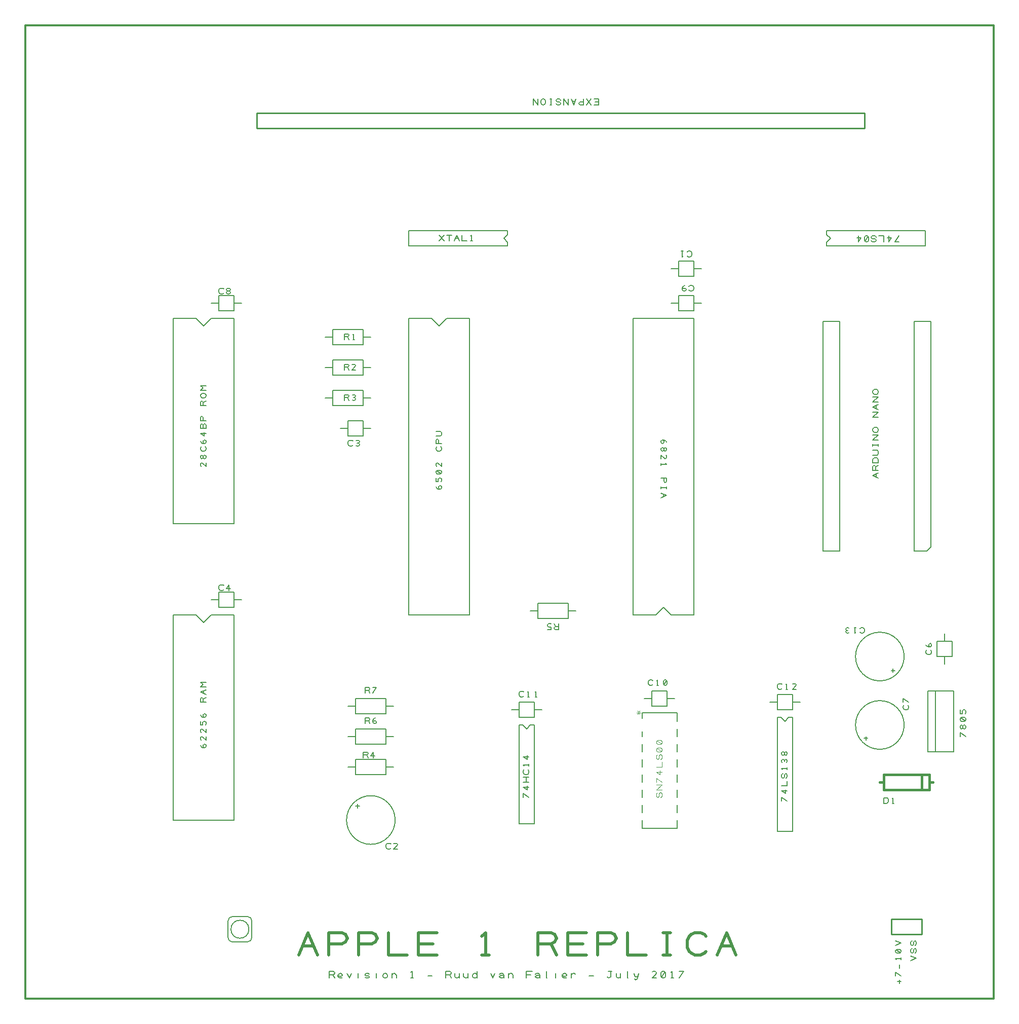
<source format=gbr>
G04 EasyPC Gerber Version 20.0.2 Build 4112 *
G04 #@! TF.Part,Single*
G04 #@! TF.FileFunction,Legend,Top *
%FSLAX35Y35*%
%MOIN*%
%ADD14C,0.00300*%
%ADD12C,0.00500*%
%ADD13C,0.00600*%
%ADD11C,0.00787*%
%ADD15C,0.01000*%
%ADD17C,0.01200*%
%ADD16C,0.01600*%
%ADD10C,0.01969*%
X0Y0D02*
D02*
D10*
X180600Y29291D02*
X186752Y44055D01*
X192903Y29291*
X183061Y35443D02*
X190443D01*
X200285Y29291D02*
Y44055D01*
X208897*
X211358Y42824*
X212588Y40364*
X211358Y37903*
X208897Y36673*
X200285*
X219970Y29291D02*
Y44055D01*
X228582*
X231043Y42824*
X232273Y40364*
X231043Y37903*
X228582Y36673*
X219970*
X239655Y44055D02*
Y29291D01*
X251958*
X259340D02*
Y44055D01*
X271643*
X269183Y36673D02*
X259340D01*
Y29291D02*
X271643D01*
X301171D02*
X306092D01*
X303631D02*
Y44055D01*
X301171Y41594*
X338080Y29291D02*
Y44055D01*
X346693*
X349153Y42824*
X350383Y40364*
X349153Y37903*
X346693Y36673*
X338080*
X346693D02*
X350383Y29291D01*
X357765D02*
Y44055D01*
X370069*
X367608Y36673D02*
X357765D01*
Y29291D02*
X370069D01*
X377450D02*
Y44055D01*
X386063*
X388523Y42824*
X389754Y40364*
X388523Y37903*
X386063Y36673*
X377450*
X397135Y44055D02*
Y29291D01*
X409439*
X420511D02*
X425433D01*
X422972D02*
Y44055D01*
X420511D02*
X425433D01*
X448809Y31752D02*
X447578Y30521D01*
X445118Y29291*
X441427*
X438966Y30521*
X437736Y31752*
X436506Y34212*
Y39133*
X437736Y41594*
X438966Y42824*
X441427Y44055*
X445118*
X447578Y42824*
X448809Y41594*
X456191Y29291D02*
X462342Y44055D01*
X468494Y29291*
X458651Y35443D02*
X466033D01*
D02*
D11*
X200600Y14207D02*
Y18637D01*
X203184*
X203922Y18267*
X204291Y17529*
X203922Y16791*
X203184Y16422*
X200600*
X203184D02*
X204291Y14207D01*
X209458Y14576D02*
X209089Y14207D01*
X208351*
X207613*
X206875Y14576*
X206506Y15315*
Y16422*
X206875Y16791*
X207613Y17160*
X208351*
X209089Y16791*
X209458Y16422*
Y16053*
X209089Y15684*
X208351Y15315*
X207613*
X206875Y15684*
X206506Y16053*
X212411Y17160D02*
X213887Y14207D01*
X215364Y17160*
X219793Y14207D02*
Y17160D01*
Y18267D02*
X224222Y14576*
X224960Y14207D01*
X226437*
X227175Y14576*
Y15315*
X226437Y15684*
X224960*
X224222Y16053*
Y16791*
X224960Y17160*
X226437*
X227175Y16791*
X231604Y14207D02*
Y17160D01*
Y18267D02*
X236033Y15315*
X236402Y14576D01*
X237141Y14207*
X237879*
X238617Y14576*
X238986Y15315*
Y16053*
X238617Y16791*
X237879Y17160*
X237141*
X236402Y16791*
X236033Y16053*
Y15315*
X241939Y14207D02*
Y17160D01*
Y16053D02*
X242308Y16791D01*
X243046Y17160*
X243784*
X244522Y16791*
X244891Y16053*
Y14207*
X254488D02*
X255964D01*
X255226D02*
Y18637D01*
X254488Y17898*
X265561Y15684D02*
X268513D01*
X277372Y14207D02*
Y18637D01*
X279956*
X280694Y18267*
X281063Y17529*
X280694Y16791*
X279956Y16422*
X277372*
X279956D02*
X281063Y14207D01*
X283277Y17160D02*
Y15315D01*
X283646Y14576*
X284385Y14207*
X285123*
X285861Y14576*
X286230Y15315*
Y17160D02*
Y14207D01*
X289183Y17160D02*
Y15315D01*
X289552Y14576*
X290290Y14207*
X291028*
X291767Y14576*
X292135Y15315*
Y17160D02*
Y14207D01*
X298041Y16053D02*
X297672Y16791D01*
X296934Y17160*
X296196*
X295457Y16791*
X295088Y16053*
Y15315*
X295457Y14576*
X296196Y14207*
X296934*
X297672Y14576*
X298041Y15315*
Y14207D02*
Y18637D01*
X306899Y17160D02*
X308376Y14207D01*
X309852Y17160*
X312805Y16791D02*
X313543Y17160D01*
X314650*
X315389Y16791*
X315757Y16053*
Y14946*
X315389Y14576*
X314650Y14207*
X313912*
X313174Y14576*
X312805Y14946*
Y15315*
X313174Y15684*
X313912Y16053*
X314650*
X315389Y15684*
X315757Y15315*
Y14946D02*
Y14207D01*
X318710D02*
Y17160D01*
Y16053D02*
X319080Y16791D01*
X319818Y17160*
X320556*
X321294Y16791*
X321663Y16053*
Y14207*
X330521D02*
Y18637D01*
X334212*
X333474Y16422D02*
X330521D01*
X336427Y16791D02*
X337165Y17160D01*
X338272*
X339011Y16791*
X339380Y16053*
Y14946*
X339011Y14576*
X338272Y14207*
X337534*
X336796Y14576*
X336427Y14946*
Y15315*
X336796Y15684*
X337534Y16053*
X338272*
X339011Y15684*
X339380Y15315*
Y14946D02*
Y14207D01*
X344178D02*
X343809D01*
Y18637*
X349714Y14207D02*
Y17160D01*
Y18267D02*
X357096Y14576*
X356727Y14207D01*
X355989*
X355251*
X354513Y14576*
X354143Y15315*
Y16422*
X354513Y16791*
X355251Y17160*
X355989*
X356727Y16791*
X357096Y16422*
Y16053*
X356727Y15684*
X355989Y15315*
X355251*
X354513Y15684*
X354143Y16053*
X360049Y14207D02*
Y17160D01*
Y16053D02*
X360418Y16791D01*
X361156Y17160*
X361894*
X362633Y16791*
X371860Y15684D02*
X374813D01*
X383671Y14946D02*
X384040Y14576D01*
X384778Y14207*
X385517Y14576*
X385885Y14946*
Y18637*
X386624*
X385885D02*
X384409D01*
X389576Y17160D02*
Y15315D01*
X389946Y14576*
X390684Y14207*
X391422*
X392160Y14576*
X392529Y15315*
Y17160D02*
Y14207D01*
X397328D02*
X396958D01*
Y18637*
X401387Y17160D02*
X401757Y15684D01*
X402495Y14946*
X403233*
X403971Y15684*
X404340Y17160*
X403971Y15684D02*
X403602Y14207D01*
X403233Y13469*
X402495Y13100*
X401757Y13469*
X416151Y14207D02*
X413198D01*
X415782Y16791*
X416151Y17529*
X415782Y18267*
X415044Y18637*
X413937*
X413198Y18267*
X419473Y14576D02*
X420211Y14207D01*
X420950*
X421688Y14576*
X422057Y15315*
Y17529*
X421688Y18267*
X420950Y18637*
X420211*
X419473Y18267*
X419104Y17529*
Y15315*
X419473Y14576*
X421688Y18267*
X425748Y14207D02*
X427224D01*
X426486D02*
Y18637D01*
X425748Y17898*
X430915Y14207D02*
X433868Y18637D01*
X430915*
D02*
D12*
X98100Y118100D02*
Y253100D01*
X113100*
X118100Y248100*
X123100Y253100*
X138100*
Y118100*
X98100*
Y313100D02*
Y448100D01*
X113100*
X118100Y443100*
X123100Y448100*
X138100*
Y313100*
X98100*
X118725Y165600D02*
X118100Y165913D01*
X117787Y166537*
Y167163*
X118100Y167787*
X118725Y168100*
X119350Y167787*
X119663Y167163*
Y166537*
X119350Y165913*
X118725Y165600*
X117787*
X116850Y165913*
X116225Y166537*
X115913Y167163*
X119663Y173100D02*
Y170600D01*
X117475Y172787*
X116850Y173100*
X116225Y172787*
X115913Y172163*
Y171225*
X116225Y170600*
X119663Y178100D02*
Y175600D01*
X117475Y177787*
X116850Y178100*
X116225Y177787*
X115913Y177163*
Y176225*
X116225Y175600*
X119350Y180600D02*
X119663Y181225D01*
Y182163*
X119350Y182787*
X118725Y183100*
X118413*
X117787Y182787*
X117475Y182163*
Y180600*
X115913*
Y183100*
X118725Y185600D02*
X118100Y185913D01*
X117787Y186537*
Y187163*
X118100Y187787*
X118725Y188100*
X119350Y187787*
X119663Y187163*
Y186537*
X119350Y185913*
X118725Y185600*
X117787*
X116850Y185913*
X116225Y186537*
X115913Y187163*
X119663Y195600D02*
X115913D01*
Y197787*
X116225Y198413*
X116850Y198725*
X117475Y198413*
X117787Y197787*
Y195600*
Y197787D02*
X119663Y198725D01*
Y200600D02*
X115913Y202163D01*
X119663Y203725*
X118100Y201225D02*
Y203100D01*
X119663Y205600D02*
X115913D01*
X117787Y207163*
X115913Y208725*
X119663*
Y353100D02*
Y350600D01*
X117475Y352787*
X116850Y353100*
X116225Y352787*
X115913Y352163*
Y351225*
X116225Y350600*
X117787Y356537D02*
Y357163D01*
X117475Y357787*
X116850Y358100*
X116225Y357787*
X115913Y357163*
Y356537*
X116225Y355913*
X116850Y355600*
X117475Y355913*
X117787Y356537*
X118100Y355913*
X118725Y355600*
X119350Y355913*
X119663Y356537*
Y357163*
X119350Y357787*
X118725Y358100*
X118100Y357787*
X117787Y357163*
X119037Y363725D02*
X119350Y363413D01*
X119663Y362787*
Y361850*
X119350Y361225*
X119037Y360913*
X118413Y360600*
X117163*
X116537Y360913*
X116225Y361225*
X115913Y361850*
Y362787*
X116225Y363413*
X116537Y363725*
X118725Y365600D02*
X118100Y365913D01*
X117787Y366537*
Y367163*
X118100Y367787*
X118725Y368100*
X119350Y367787*
X119663Y367163*
Y366537*
X119350Y365913*
X118725Y365600*
X117787*
X116850Y365913*
X116225Y366537*
X115913Y367163*
X119663Y372163D02*
X115913D01*
X118413Y370600*
Y373100*
X117787Y377787D02*
X118100Y378413D01*
X118725Y378725*
X119350Y378413*
X119663Y377787*
Y375600*
X115913*
Y377787*
X116225Y378413*
X116850Y378725*
X117475Y378413*
X117787Y377787*
Y375600*
X119663Y380600D02*
X115913D01*
Y382787*
X116225Y383413*
X116850Y383725*
X117475Y383413*
X117787Y382787*
Y380600*
X119663Y390600D02*
X115913D01*
Y392787*
X116225Y393413*
X116850Y393725*
X117475Y393413*
X117787Y392787*
Y390600*
Y392787D02*
X119663Y393725D01*
X118413Y395600D02*
X117163D01*
X116537Y395913*
X116225Y396225*
X115913Y396850*
Y397475*
X116225Y398100*
X116537Y398413*
X117163Y398725*
X118413*
X119037Y398413*
X119350Y398100*
X119663Y397475*
Y396850*
X119350Y396225*
X119037Y395913*
X118413Y395600*
X119663Y400600D02*
X115913D01*
X117787Y402163*
X115913Y403725*
X119663*
X128100Y263100D02*
X123100D01*
X131225Y269663D02*
X130913Y269350D01*
X130287Y269037*
X129350*
X128725Y269350*
X128413Y269663*
X128100Y270287*
Y271537*
X128413Y272163*
X128725Y272475*
X129350Y272787*
X130287*
X130913Y272475*
X131225Y272163*
X134663Y269037D02*
Y272787D01*
X133100Y270287*
X135600*
X128100Y458100D02*
X123100D01*
X131225Y464663D02*
X130913Y464350D01*
X130287Y464037*
X129350*
X128725Y464350*
X128413Y464663*
X128100Y465287*
Y466537*
X128413Y467163*
X128725Y467475*
X129350Y467787*
X130287*
X130913Y467475*
X131225Y467163*
X134037Y465913D02*
X134663D01*
X135287Y466225*
X135600Y466850*
X135287Y467475*
X134663Y467787*
X134037*
X133413Y467475*
X133100Y466850*
X133413Y466225*
X134037Y465913*
X133413Y465600*
X133100Y464975*
X133413Y464350*
X134037Y464037*
X134663*
X135287Y464350*
X135600Y464975*
X135287Y465600*
X134663Y465913*
X134084Y51702D02*
Y40876D01*
G75*
G03X137037Y37923I2953*
G01*
X146880*
G75*
G03X149832Y40876J2953*
G01*
Y51702*
G75*
G03X146880Y54655I-2953*
G01*
X137037*
G75*
G03X134084Y51702J-2953*
G01*
X138100Y268100D02*
Y258100D01*
X128100*
Y268100*
X138100*
Y463100D02*
Y453100D01*
X128100*
Y463100*
X138100*
X143100Y263100D02*
X138100D01*
X143100Y458100D02*
X138100D01*
X147844Y46289D02*
G75*
G03X136033I-5906D01*
G01*
G75*
G03X147844I5906*
G01*
X198100Y395600D02*
X203100D01*
X198100Y415600D02*
X203100D01*
X198100Y435600D02*
X203100D01*
Y390600D02*
Y400600D01*
X223100*
Y390600*
X203100*
Y410600D02*
Y420600D01*
X223100*
Y410600*
X203100*
Y430600D02*
Y440600D01*
X223100*
Y430600*
X203100*
X210600Y394037D02*
Y397787D01*
X212787*
X213413Y397475*
X213725Y396850*
X213413Y396225*
X212787Y395913*
X210600*
X212787D02*
X213725Y394037D01*
X215913Y394350D02*
X216537Y394037D01*
X217163*
X217787Y394350*
X218100Y394975*
X217787Y395600*
X217163Y395913*
X216537*
X217163D02*
X217787Y396225D01*
X218100Y396850*
X217787Y397475*
X217163Y397787*
X216537*
X215913Y397475*
X210600Y414037D02*
Y417787D01*
X212787*
X213413Y417475*
X213725Y416850*
X213413Y416225*
X212787Y415913*
X210600*
X212787D02*
X213725Y414037D01*
X218100D02*
X215600D01*
X217787Y416225*
X218100Y416850*
X217787Y417475*
X217163Y417787*
X216225*
X215600Y417475*
X210600Y434037D02*
Y437787D01*
X212787*
X213413Y437475*
X213725Y436850*
X213413Y436225*
X212787Y435913*
X210600*
X212787D02*
X213725Y434037D01*
X216225D02*
X217475D01*
X216850D02*
Y437787D01*
X216225Y437163*
X212100Y118100D02*
G75*
G02X228100Y134100I16000D01*
G01*
G75*
G02X244100Y118100J-16000*
G01*
G75*
G02X228100Y102100I-16000*
G01*
G75*
G02X212100Y118100J16000*
G01*
X213100Y173100D02*
X218100D01*
X213100Y193100D02*
X218100D01*
X216225Y364663D02*
X215913Y364350D01*
X215287Y364037*
X214350*
X213725Y364350*
X213413Y364663*
X213100Y365287*
Y366537*
X213413Y367163*
X213725Y367475*
X214350Y367787*
X215287*
X215913Y367475*
X216225Y367163*
X218413Y364350D02*
X219037Y364037D01*
X219663*
X220287Y364350*
X220600Y364975*
X220287Y365600*
X219663Y365913*
X219037*
X219663D02*
X220287Y366225D01*
X220600Y366850*
X220287Y367475*
X219663Y367787*
X219037*
X218413Y367475*
X213100Y375600D02*
X208100D01*
X218100Y127287D02*
X220600D01*
X219350Y126037D02*
Y128537D01*
X218100Y153100D02*
X213100D01*
X218100Y168100D02*
Y178100D01*
X238100*
Y168100*
X218100*
Y188100D02*
Y198100D01*
X238100*
Y188100*
X218100*
X223100Y159037D02*
Y162787D01*
X225287*
X225913Y162475*
X226225Y161850*
X225913Y161225*
X225287Y160913*
X223100*
X225287D02*
X226225Y159037D01*
X229663D02*
Y162787D01*
X228100Y160287*
X230600*
X223100Y380600D02*
Y370600D01*
X213100*
Y380600*
X223100*
Y395600D02*
X228100D01*
X223100Y415600D02*
X228100D01*
X223100Y435600D02*
X228100D01*
X224350Y181537D02*
Y185287D01*
X226537*
X227163Y184975*
X227475Y184350*
X227163Y183725*
X226537Y183413*
X224350*
X226537D02*
X227475Y181537D01*
X229350Y182475D02*
X229663Y183100D01*
X230287Y183413*
X230913*
X231537Y183100*
X231850Y182475*
X231537Y181850*
X230913Y181537*
X230287*
X229663Y181850*
X229350Y182475*
Y183413*
X229663Y184350*
X230287Y184975*
X230913Y185287*
X224350Y201537D02*
Y205287D01*
X226537*
X227163Y204975*
X227475Y204350*
X227163Y203725*
X226537Y203413*
X224350*
X226537D02*
X227475Y201537D01*
X229350D02*
X231850Y205287D01*
X229350*
X228100Y375600D02*
X223100D01*
X241225Y99663D02*
X240913Y99350D01*
X240287Y99037*
X239350*
X238725Y99350*
X238413Y99663*
X238100Y100287*
Y101537*
X238413Y102163*
X238725Y102475*
X239350Y102787*
X240287*
X240913Y102475*
X241225Y102163*
X245600Y99037D02*
X243100D01*
X245287Y101225*
X245600Y101850*
X245287Y102475*
X244663Y102787*
X243725*
X243100Y102475*
X238100Y158100D02*
Y148100D01*
X218100*
Y158100*
X238100*
Y173100D02*
X243100D01*
X238100Y193100D02*
X243100D01*
Y153100D02*
X238100D01*
X253100Y253100D02*
Y448100D01*
X268100*
X273100Y443100*
X278100Y448100*
X293100*
Y253100*
X253100*
Y505600D02*
X318100D01*
Y503100*
X315600Y500600*
X318100Y498100*
Y495600*
X253100*
Y505600*
X273100Y499037D02*
X276225Y502787D01*
X273100D02*
X276225Y499037D01*
X279663D02*
Y502787D01*
X278100D02*
X281225D01*
X283100Y499037D02*
X284663Y502787D01*
X286225Y499037*
X283725Y500600D02*
X285600D01*
X288100Y502787D02*
Y499037D01*
X291225*
X293725D02*
X294975D01*
X294350D02*
Y502787D01*
X293725Y502163*
X273725Y335600D02*
X273100Y335913D01*
X272787Y336537*
Y337163*
X273100Y337787*
X273725Y338100*
X274350Y337787*
X274663Y337163*
Y336537*
X274350Y335913*
X273725Y335600*
X272787*
X271850Y335913*
X271225Y336537*
X270913Y337163*
X274350Y340600D02*
X274663Y341225D01*
Y342163*
X274350Y342787*
X273725Y343100*
X273413*
X272787Y342787*
X272475Y342163*
Y340600*
X270913*
Y343100*
X274350Y345913D02*
X274663Y346537D01*
Y347163*
X274350Y347787*
X273725Y348100*
X271850*
X271225Y347787*
X270913Y347163*
Y346537*
X271225Y345913*
X271850Y345600*
X273725*
X274350Y345913*
X271225Y347787*
X274663Y353100D02*
Y350600D01*
X272475Y352787*
X271850Y353100*
X271225Y352787*
X270913Y352163*
Y351225*
X271225Y350600*
X274037Y363725D02*
X274350Y363413D01*
X274663Y362787*
Y361850*
X274350Y361225*
X274037Y360913*
X273413Y360600*
X272163*
X271537Y360913*
X271225Y361225*
X270913Y361850*
Y362787*
X271225Y363413*
X271537Y363725*
X274663Y365600D02*
X270913D01*
Y367787*
X271225Y368413*
X271850Y368725*
X272475Y368413*
X272787Y367787*
Y365600*
X270913Y370600D02*
X273725D01*
X274350Y370913*
X274663Y371537*
Y372787*
X274350Y373413*
X273725Y373725*
X270913*
X325600Y115600D02*
Y180600D01*
X328100*
X330600Y178100*
X333100Y180600*
X335600*
Y115600*
X325600*
Y190600D02*
X320600D01*
X328725Y199663D02*
X328413Y199350D01*
X327787Y199037*
X326850*
X326225Y199350*
X325913Y199663*
X325600Y200287*
Y201537*
X325913Y202163*
X326225Y202475*
X326850Y202787*
X327787*
X328413Y202475*
X328725Y202163*
X331225Y199037D02*
X332475D01*
X331850D02*
Y202787D01*
X331225Y202163*
X336225Y199037D02*
X337475D01*
X336850D02*
Y202787D01*
X336225Y202163*
X332163Y133100D02*
X328413Y135600D01*
Y133100*
X332163Y139663D02*
X328413D01*
X330913Y138100*
Y140600*
X332163Y143100D02*
X328413D01*
X330287D02*
Y146225D01*
X332163D02*
X328413D01*
X331537Y151225D02*
X331850Y150913D01*
X332163Y150287*
Y149350*
X331850Y148725*
X331537Y148413*
X330913Y148100*
X329663*
X329037Y148413*
X328725Y148725*
X328413Y149350*
Y150287*
X328725Y150913*
X329037Y151225*
X332163Y153725D02*
Y154975D01*
Y154350D02*
X328413D01*
X329037Y153725*
X332163Y159663D02*
X328413D01*
X330913Y158100*
Y160600*
X335600Y195600D02*
Y185600D01*
X325600*
Y195600*
X335600*
X338100Y255600D02*
X333100D01*
X340600Y190600D02*
X335600D01*
X351850Y247163D02*
Y243413D01*
X349663*
X349037Y243725*
X348725Y244350*
X349037Y244975*
X349663Y245287*
X351850*
X349663D02*
X348725Y247163D01*
X346850Y246850D02*
X346225Y247163D01*
X345287*
X344663Y246850*
X344350Y246225*
Y245913*
X344663Y245287*
X345287Y244975*
X346850*
Y243413*
X344350*
X358100Y260600D02*
Y250600D01*
X338100*
Y260600*
X358100*
X363100Y255600D02*
X358100D01*
X378100Y592163D02*
Y588413D01*
X374975*
X375600Y590287D02*
X378100D01*
Y592163D02*
X374975D01*
X373100D02*
X369975Y588413D01*
X373100D02*
X369975Y592163D01*
X368100D02*
Y588413D01*
X365913*
X365287Y588725*
X364975Y589350*
X365287Y589975*
X365913Y590287*
X368100*
X363100Y592163D02*
X361537Y588413D01*
X359975Y592163*
X362475Y590600D02*
X360600D01*
X358100Y592163D02*
Y588413D01*
X354975Y592163*
Y588413*
X353100Y591225D02*
X352787Y591850D01*
X352163Y592163*
X350913*
X350287Y591850*
X349975Y591225*
X350287Y590600*
X350913Y590287*
X352163*
X352787Y589975*
X353100Y589350*
X352787Y588725*
X352163Y588413*
X350913*
X350287Y588725*
X349975Y589350*
X347163Y592163D02*
X345913D01*
X346537D02*
Y588413D01*
X347163D02*
X345913D01*
X343100Y590913D02*
Y589663D01*
X342787Y589037*
X342475Y588725*
X341850Y588413*
X341225*
X340600Y588725*
X340287Y589037*
X339975Y589663*
Y590913*
X340287Y591537*
X340600Y591850*
X341225Y592163*
X341850*
X342475Y591850*
X342787Y591537*
X343100Y590913*
X338100Y592163D02*
Y588413D01*
X334975Y592163*
Y588413*
X408100Y198100D02*
X413100D01*
X413725Y207163D02*
X413413Y206850D01*
X412787Y206537*
X411850*
X411225Y206850*
X410913Y207163*
X410600Y207787*
Y209037*
X410913Y209663*
X411225Y209975*
X411850Y210287*
X412787*
X413413Y209975*
X413725Y209663*
X416225Y206537D02*
X417475D01*
X416850D02*
Y210287D01*
X416225Y209663*
X420913Y206850D02*
X421537Y206537D01*
X422163*
X422787Y206850*
X423100Y207475*
Y209350*
X422787Y209975*
X422163Y210287*
X421537*
X420913Y209975*
X420600Y209350*
Y207475*
X420913Y206850*
X422787Y209975*
X413100Y193100D02*
Y203100D01*
X423100*
Y193100*
X413100*
X419975Y368100D02*
X420600Y367787D01*
X420913Y367163*
Y366537*
X420600Y365913*
X419975Y365600*
X419350Y365913*
X419037Y366537*
Y367163*
X419350Y367787*
X419975Y368100*
X420913*
X421850Y367787*
X422475Y367163*
X422787Y366537*
X420913Y362163D02*
Y361537D01*
X421225Y360913*
X421850Y360600*
X422475Y360913*
X422787Y361537*
Y362163*
X422475Y362787*
X421850Y363100*
X421225Y362787*
X420913Y362163*
X420600Y362787*
X419975Y363100*
X419350Y362787*
X419037Y362163*
Y361537*
X419350Y360913*
X419975Y360600*
X420600Y360913*
X420913Y361537*
X419037Y355600D02*
Y358100D01*
X421225Y355913*
X421850Y355600*
X422475Y355913*
X422787Y356537*
Y357475*
X422475Y358100*
X419037Y352475D02*
Y351225D01*
Y351850D02*
X422787D01*
X422163Y352475*
X419037Y343100D02*
X422787D01*
Y340913*
X422475Y340287*
X421850Y339975*
X421225Y340287*
X420913Y340913*
Y343100*
X419037Y337163D02*
Y335913D01*
Y336537D02*
X422787D01*
Y337163D02*
Y335913D01*
X419037Y333100D02*
X422787Y331537D01*
X419037Y329975*
X420600Y332475D02*
Y330600D01*
X423100Y198100D02*
X428100D01*
X430600Y458100D02*
X425600D01*
X430600Y480600D02*
X425600D01*
X436225Y491537D02*
X436537Y491850D01*
X437163Y492163*
X438100*
X438725Y491850*
X439037Y491537*
X439350Y490913*
Y489663*
X439037Y489037*
X438725Y488725*
X438100Y488413*
X437163*
X436537Y488725*
X436225Y489037*
X433725Y492163D02*
X432475D01*
X433100D02*
Y488413D01*
X433725Y489037*
X440600Y448100D02*
Y253100D01*
X425600*
X420600Y258100*
X415600Y253100*
X400600*
Y448100*
X440600*
Y463100D02*
Y453100D01*
X430600*
Y463100*
X440600*
X437475Y469037D02*
X437787Y469350D01*
X438413Y469663*
X439350*
X439975Y469350*
X440287Y469037*
X440600Y468413*
Y467163*
X440287Y466537*
X439975Y466225*
X439350Y465913*
X438413*
X437787Y466225*
X437475Y466537*
X434663Y469663D02*
X434037Y469350D01*
X433413Y468725*
X433100Y467787*
Y466850*
X433413Y466225*
X434037Y465913*
X434663*
X435287Y466225*
X435600Y466850*
X435287Y467475*
X434663Y467787*
X434037*
X433413Y467475*
X433100Y466850*
X440600Y485600D02*
Y475600D01*
X430600*
Y485600*
X440600*
X445600Y458100D02*
X440600D01*
X445600Y480600D02*
X440600D01*
X495600Y110600D02*
Y185600D01*
X498100*
X500600Y183100*
X503100Y185600*
X505600*
Y110600*
X495600*
Y195600D02*
X490600D01*
X498725Y204663D02*
X498413Y204350D01*
X497787Y204037*
X496850*
X496225Y204350*
X495913Y204663*
X495600Y205287*
Y206537*
X495913Y207163*
X496225Y207475*
X496850Y207787*
X497787*
X498413Y207475*
X498725Y207163*
X501225Y204037D02*
X502475D01*
X501850D02*
Y207787D01*
X501225Y207163*
X508100Y204037D02*
X505600D01*
X507787Y206225*
X508100Y206850*
X507787Y207475*
X507163Y207787*
X506225*
X505600Y207475*
X502163Y130600D02*
X498413Y133100D01*
Y130600*
X502163Y137163D02*
X498413D01*
X500913Y135600*
Y138100*
X498413Y140600D02*
X502163D01*
Y143725*
X501225Y145600D02*
X501850Y145913D01*
X502163Y146537*
Y147787*
X501850Y148413*
X501225Y148725*
X500600Y148413*
X500287Y147787*
Y146537*
X499975Y145913*
X499350Y145600*
X498725Y145913*
X498413Y146537*
Y147787*
X498725Y148413*
X499350Y148725*
X502163Y151225D02*
Y152475D01*
Y151850D02*
X498413D01*
X499037Y151225*
X501850Y155913D02*
X502163Y156537D01*
Y157163*
X501850Y157787*
X501225Y158100*
X500600Y157787*
X500287Y157163*
Y156537*
Y157163D02*
X499975Y157787D01*
X499350Y158100*
X498725Y157787*
X498413Y157163*
Y156537*
X498725Y155913*
X500287Y161537D02*
Y162163D01*
X499975Y162787*
X499350Y163100*
X498725Y162787*
X498413Y162163*
Y161537*
X498725Y160913*
X499350Y160600*
X499975Y160913*
X500287Y161537*
X500600Y160913*
X501225Y160600*
X501850Y160913*
X502163Y161537*
Y162163*
X501850Y162787*
X501225Y163100*
X500600Y162787*
X500287Y162163*
X505600Y200600D02*
Y190600D01*
X495600*
Y200600*
X505600*
X510600Y195600D02*
X505600D01*
X525600Y295100D02*
Y446100D01*
X536600*
Y295100*
X525600*
X549975Y244037D02*
X550287Y244350D01*
X550913Y244663*
X551850*
X552475Y244350*
X552787Y244037*
X553100Y243413*
Y242163*
X552787Y241537*
X552475Y241225*
X551850Y240913*
X550913*
X550287Y241225*
X549975Y241537*
X547475Y244663D02*
X546225D01*
X546850D02*
Y240913D01*
X547475Y241537*
X542787Y244350D02*
X542163Y244663D01*
X541537*
X540913Y244350*
X540600Y243725*
X540913Y243100*
X541537Y242787*
X542163*
X541537D02*
X540913Y242475D01*
X540600Y241850*
X540913Y241225*
X541537Y240913*
X542163*
X542787Y241225*
X553913Y170600D02*
Y173100D01*
X555163Y171850D02*
X552663D01*
X563100Y164600D02*
G75*
G02X547100Y180600J16000D01*
G01*
G75*
G02X563100Y196600I16000*
G01*
G75*
G02X579100Y180600J-16000*
G01*
G75*
G02X563100Y164600I-16000*
G01*
X562163Y343100D02*
X558413Y344663D01*
X562163Y346225*
X560600Y343725D02*
Y345600D01*
X562163Y348100D02*
X558413D01*
Y350287*
X558725Y350913*
X559350Y351225*
X559975Y350913*
X560287Y350287*
Y348100*
Y350287D02*
X562163Y351225D01*
Y353100D02*
X558413D01*
Y354975*
X558725Y355600*
X559037Y355913*
X559663Y356225*
X560913*
X561537Y355913*
X561850Y355600*
X562163Y354975*
Y353100*
X558413Y358100D02*
X561225D01*
X561850Y358413*
X562163Y359037*
Y360287*
X561850Y360913*
X561225Y361225*
X558413*
X562163Y364037D02*
Y365287D01*
Y364663D02*
X558413D01*
Y364037D02*
Y365287D01*
X562163Y368100D02*
X558413D01*
X562163Y371225*
X558413*
X560913Y373100D02*
X559663D01*
X559037Y373413*
X558725Y373725*
X558413Y374350*
Y374975*
X558725Y375600*
X559037Y375913*
X559663Y376225*
X560913*
X561537Y375913*
X561850Y375600*
X562163Y374975*
Y374350*
X561850Y373725*
X561537Y373413*
X560913Y373100*
X562163Y383100D02*
X558413D01*
X562163Y386225*
X558413*
X562163Y388100D02*
X558413Y389663D01*
X562163Y391225*
X560600Y388725D02*
Y390600D01*
X562163Y393100D02*
X558413D01*
X562163Y396225*
X558413*
X560913Y398100D02*
X559663D01*
X559037Y398413*
X558725Y398725*
X558413Y399350*
Y399975*
X558725Y400600*
X559037Y400913*
X559663Y401225*
X560913*
X561537Y400913*
X561850Y400600*
X562163Y399975*
Y399350*
X561850Y398725*
X561537Y398413*
X560913Y398100*
X565600Y129037D02*
Y132787D01*
X567475*
X568100Y132475*
X568413Y132163*
X568725Y131537*
Y130287*
X568413Y129663*
X568100Y129350*
X567475Y129037*
X565600*
X571225D02*
X572475D01*
X571850D02*
Y132787D01*
X571225Y132163*
X573100Y216413D02*
X570600D01*
X571850Y217663D02*
Y215163D01*
X575600Y502163D02*
X573100Y498413D01*
X575600*
X569037Y502163D02*
Y498413D01*
X570600Y500913*
X568100*
X565600Y498413D02*
Y502163D01*
X562475*
X560600Y501225D02*
X560287Y501850D01*
X559663Y502163*
X558413*
X557787Y501850*
X557475Y501225*
X557787Y500600*
X558413Y500287*
X559663*
X560287Y499975*
X560600Y499350*
X560287Y498725*
X559663Y498413*
X558413*
X557787Y498725*
X557475Y499350*
X555287Y501850D02*
X554663Y502163D01*
X554037*
X553413Y501850*
X553100Y501225*
Y499350*
X553413Y498725*
X554037Y498413*
X554663*
X555287Y498725*
X555600Y499350*
Y501225*
X555287Y501850*
X553413Y498725*
X549037Y502163D02*
Y498413D01*
X550600Y500913*
X548100*
X575913Y10600D02*
Y13100D01*
X577163Y11850D02*
X574663D01*
X577163Y15600D02*
X573413Y18100D01*
Y15600*
X575913Y20600D02*
Y23100D01*
X577163Y26225D02*
Y27475D01*
Y26850D02*
X573413D01*
X574037Y26225*
X576850Y30913D02*
X577163Y31537D01*
Y32163*
X576850Y32787*
X576225Y33100*
X574350*
X573725Y32787*
X573413Y32163*
Y31537*
X573725Y30913*
X574350Y30600*
X576225*
X576850Y30913*
X573725Y32787*
X573413Y35600D02*
X577163Y37163D01*
X573413Y38725*
X579100Y225600D02*
G75*
G02X563100Y209600I-16000D01*
G01*
G75*
G02X547100Y225600J16000*
G01*
G75*
G02X563100Y241600I16000*
G01*
G75*
G02X579100Y225600J-16000*
G01*
X581537Y193725D02*
X581850Y193413D01*
X582163Y192787*
Y191850*
X581850Y191225*
X581537Y190913*
X580913Y190600*
X579663*
X579037Y190913*
X578725Y191225*
X578413Y191850*
Y192787*
X578725Y193413*
X579037Y193725*
X582163Y195600D02*
X578413Y198100D01*
Y195600*
X585600Y295100D02*
Y446100D01*
X596600*
Y297600*
X594100Y295100*
X585600*
X583413Y25600D02*
X587163Y27163D01*
X583413Y28725*
X586225Y30600D02*
X586850Y30913D01*
X587163Y31537*
Y32787*
X586850Y33413*
X586225Y33725*
X585600Y33413*
X585287Y32787*
Y31537*
X584975Y30913*
X584350Y30600*
X583725Y30913*
X583413Y31537*
Y32787*
X583725Y33413*
X584350Y33725*
X586225Y35600D02*
X586850Y35913D01*
X587163Y36537*
Y37787*
X586850Y38413*
X586225Y38725*
X585600Y38413*
X585287Y37787*
Y36537*
X584975Y35913*
X584350Y35600*
X583725Y35913*
X583413Y36537*
Y37787*
X583725Y38413*
X584350Y38725*
X593100Y495600D02*
X528100D01*
Y498100*
X530600Y500600*
X528100Y503100*
Y505600*
X593100*
Y495600*
X594600Y163100D02*
X611600D01*
Y203100*
X594600*
Y163100*
X596537Y229975D02*
X596850Y229663D01*
X597163Y229037*
Y228100*
X596850Y227475*
X596537Y227163*
X595913Y226850*
X594663*
X594037Y227163*
X593725Y227475*
X593413Y228100*
Y229037*
X593725Y229663*
X594037Y229975*
X596225Y231850D02*
X595600Y232163D01*
X595287Y232787*
Y233413*
X595600Y234037*
X596225Y234350*
X596850Y234037*
X597163Y233413*
Y232787*
X596850Y232163*
X596225Y231850*
X595287*
X594350Y232163*
X593725Y232787*
X593413Y233413*
X599600Y163100D02*
Y203100D01*
X605600Y220600D02*
Y225600D01*
Y235600D02*
Y240600D01*
X610600Y225600D02*
X600600D01*
Y235600*
X610600*
Y225600*
X619663Y173100D02*
X615913Y175600D01*
Y173100*
X617787Y179037D02*
Y179663D01*
X617475Y180287*
X616850Y180600*
X616225Y180287*
X615913Y179663*
Y179037*
X616225Y178413*
X616850Y178100*
X617475Y178413*
X617787Y179037*
X618100Y178413*
X618725Y178100*
X619350Y178413*
X619663Y179037*
Y179663*
X619350Y180287*
X618725Y180600*
X618100Y180287*
X617787Y179663*
X619350Y183413D02*
X619663Y184037D01*
Y184663*
X619350Y185287*
X618725Y185600*
X616850*
X616225Y185287*
X615913Y184663*
Y184037*
X616225Y183413*
X616850Y183100*
X618725*
X619350Y183413*
X616225Y185287*
X619350Y188100D02*
X619663Y188725D01*
Y189663*
X619350Y190287*
X618725Y190600*
X618413*
X617787Y190287*
X617475Y189663*
Y188100*
X615913*
Y190600*
D02*
D13*
X406600Y128085D02*
Y123115D01*
Y138085D02*
Y133115D01*
Y148085D02*
Y143115D01*
Y158085D02*
Y153115D01*
Y168085D02*
Y163115D01*
Y176389D02*
Y173115D01*
Y184811D02*
Y188600D01*
X429600*
Y183115*
Y118085D02*
Y112600D01*
X406600*
Y118085*
X429600Y123115D02*
Y128085D01*
Y133115D02*
Y138085D01*
Y143115D02*
Y148085D01*
Y153115D02*
Y158085D01*
Y163115D02*
Y168085D01*
Y173115D02*
Y178085D01*
D02*
D14*
X403100Y188787D02*
X405600D01*
X403725Y187537D02*
X404975Y190037D01*
X403725D02*
X404975Y187537D01*
X418725Y133100D02*
X419350Y133413D01*
X419663Y134037*
Y135287*
X419350Y135913*
X418725Y136225*
X418100Y135913*
X417787Y135287*
Y134037*
X417475Y133413*
X416850Y133100*
X416225Y133413*
X415913Y134037*
Y135287*
X416225Y135913*
X416850Y136225*
X419663Y138100D02*
X415913D01*
X419663Y141225*
X415913*
X419663Y143100D02*
X415913Y145600D01*
Y143100*
X419663Y149663D02*
X415913D01*
X418413Y148100*
Y150600*
X415913Y153100D02*
X419663D01*
Y156225*
X418725Y158100D02*
X419350Y158413D01*
X419663Y159037*
Y160287*
X419350Y160913*
X418725Y161225*
X418100Y160913*
X417787Y160287*
Y159037*
X417475Y158413*
X416850Y158100*
X416225Y158413*
X415913Y159037*
Y160287*
X416225Y160913*
X416850Y161225*
X419350Y163413D02*
X419663Y164037D01*
Y164663*
X419350Y165287*
X418725Y165600*
X416850*
X416225Y165287*
X415913Y164663*
Y164037*
X416225Y163413*
X416850Y163100*
X418725*
X419350Y163413*
X416225Y165287*
X419350Y168413D02*
X419663Y169037D01*
Y169663*
X419350Y170287*
X418725Y170600*
X416850*
X416225Y170287*
X415913Y169663*
Y169037*
X416225Y168413*
X416850Y168100*
X418725*
X419350Y168413*
X416225Y170287*
D02*
D15*
X153100Y573100D02*
X553100D01*
Y583100*
X153100*
Y573100*
X570600Y43100D02*
X590600D01*
Y53100*
X570600*
Y43100*
D02*
D16*
X563100Y143100D02*
X565600D01*
Y138100D02*
Y148100D01*
X595600*
Y138100*
X565600*
X590600D02*
Y148100D01*
X595600*
Y138100*
X590600*
X595600Y143100D02*
X598100D01*
D02*
D17*
X600Y600D02*
X638100D01*
Y640600*
X600*
Y600*
X0Y0D02*
M02*

</source>
